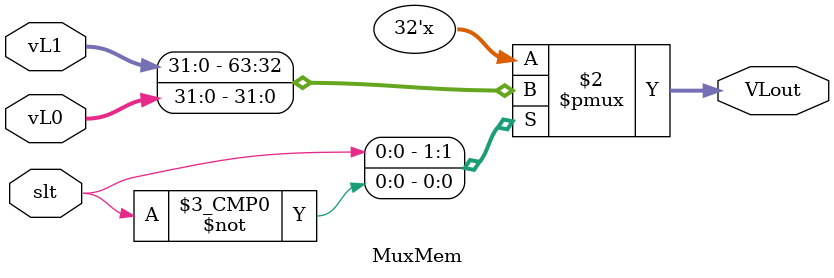
<source format=v>
`timescale 1ns/1ns

module MuxMem(

    input [31:0]vL0,
    input [31:0]vL1,
    input slt,
    output reg [31:0]VLout
);

always @*
begin
    case(slt)
        1'b1: VLout = vL1; 
        1'b0: VLout = vL0; 
    endcase
end
endmodule

</source>
